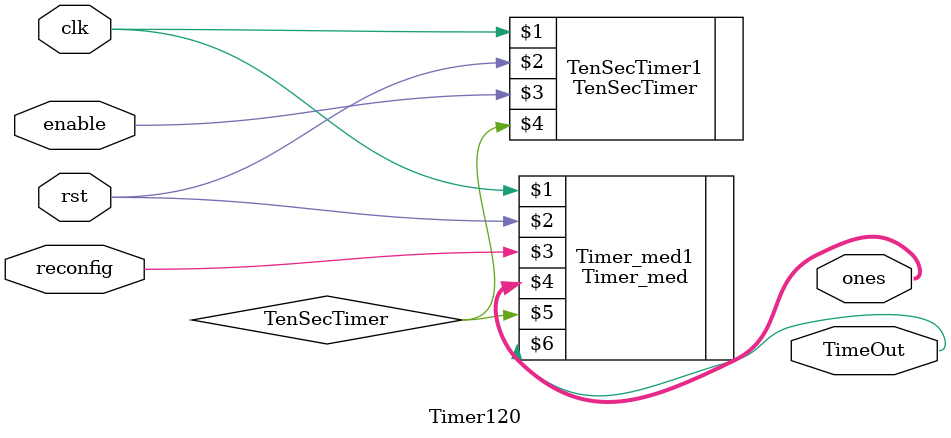
<source format=v>

module Timer120(clk, rst, enable, reconfig, TimeOut, ones);
   input clk, rst, enable, reconfig; 
   output TimeOut; 
   output [3:0] ones; 

   wire TenSecTimer; 

   TenSecTimer TenSecTimer1(clk, rst, enable, TenSecTimer); 
   Timer_med Timer_med1(clk, rst, reconfig, ones, TenSecTimer, TimeOut);    

endmodule
</source>
